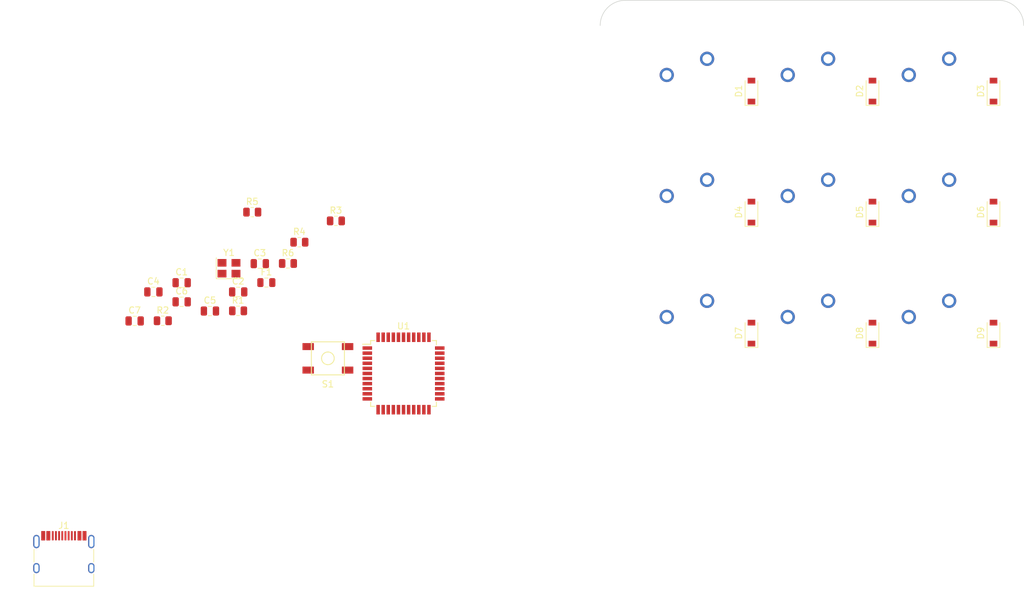
<source format=kicad_pcb>
(kicad_pcb (version 20211014) (generator pcbnew)
  (layers (0 "F.Cu" signal) (31 "B.Cu" signal) (34 "B.Paste" user) (35 "F.Paste" user) (36 "B.SilkS" user "B.Silkscreen") (37 "F.SilkS" user "F.Silkscreen") (38 "B.Mask" user) (39 "F.Mask" user) (44 "Edge.Cuts" user))
  (net 0 "")
  (net 1 "Net-(Y1-Pad1)")
  (net 2 "GND")
  (net 3 "Net-(Y1-Pad3)")
  (net 4 "Net-(C3-Pad1)")
  (net 5 "+5V")
  (net 6 "ROW0")
  (net 7 "Net-(MX1-Pad2)")
  (net 8 "Net-(MX2-Pad2)")
  (net 9 "Net-(MX3-Pad2)")
  (net 10 "ROW1")
  (net 11 "Net-(MX4-Pad2)")
  (net 12 "Net-(MX5-Pad2)")
  (net 13 "Net-(MX6-Pad2)")
  (net 14 "ROW2")
  (net 15 "Net-(MX7-Pad2)")
  (net 16 "Net-(MX8-Pad2)")
  (net 17 "Net-(MX9-Pad2)")
  (net 18 "VCC")
  (net 19 "COL0")
  (net 20 "COL1")
  (net 21 "COL2")
  (net 22 "Net-(R1-Pad2)")
  (net 23 "Net-(R2-Pad1)")
  (net 24 "D+")
  (net 25 "Net-(R3-Pad1)")
  (net 26 "D-")
  (net 27 "Net-(R4-Pad2)")
  (net 28 "Net-(R5-Pad1)")
  (net 29 "Net-(R6-Pad1)")
  (footprint "MX_Only:MXOnly-1U-NoLED" (layer "F.Cu") (at 209.55 107.95)
    (fp_text reference "MX5")
    (fp_text value "MX-NoLED")
    (pad "" np_thru_hole circle locked (at 0 0) (size 3.9878 3.9878) (drill 3.9878) (layers *.Cu *.Mask))
    (pad "" np_thru_hole circle locked (at -5.08 0 48.0996) (size 1.75 1.75) (drill 1.75) (layers *.Cu *.Mask))
    (pad "" np_thru_hole circle locked (at 5.08 0 48.0996) (size 1.75 1.75) (drill 1.75) (layers *.Cu *.Mask))
    (pad "1" thru_hole circle locked (at -3.81 -2.54) (size 2.25 2.25) (drill 1.47) (layers *.Cu "B.Mask") (net 20 "COL1"))
    (pad "2" thru_hole circle locked (at 2.54 -5.08) (size 2.25 2.25) (drill 1.47) (layers *.Cu "B.Mask") (net 12 "Net-(MX5-Pad2)"))
  )
  (footprint "Resistor_SMD:R_0805_2012Metric" (layer "F.Cu") (at 128.86125 112.6825)
    (fp_text reference "R4" (at 0 -1.65) (layer "F.SilkS"))
    (fp_text value "10k")
    (fp_line (start -0.227064 0.735) (end 0.227064 0.735) (layer "F.SilkS") (width 0.12))
    (fp_line (start -0.227064 -0.735) (end 0.227064 -0.735) (layer "F.SilkS") (width 0.12))
    (pad "1" smd roundrect (at -0.9125 0) (size 1.025 1.4) (layers "F.Cu" "F.Paste" "F.Mask") (roundrect_rratio 0.243902) (net 2 "GND"))
    (pad "2" smd roundrect (at 0.9125 0) (size 1.025 1.4) (layers "F.Cu" "F.Paste" "F.Mask") (roundrect_rratio 0.243902) (net 27 "Net-(R4-Pad2)"))
  )
  (footprint "MX_Only:MXOnly-1U-NoLED" (layer "F.Cu") (at 209.55 127)
    (fp_text reference "MX8")
    (fp_text value "MX-NoLED")
    (pad "" np_thru_hole circle locked (at 0 0) (size 3.9878 3.9878) (drill 3.9878) (layers *.Cu *.Mask))
    (pad "" np_thru_hole circle locked (at 5.08 0 48.0996) (size 1.75 1.75) (drill 1.75) (layers *.Cu *.Mask))
    (pad "" np_thru_hole circle locked (at -5.08 0 48.0996) (size 1.75 1.75) (drill 1.75) (layers *.Cu *.Mask))
    (pad "1" thru_hole circle locked (at -3.81 -2.54) (size 2.25 2.25) (drill 1.47) (layers *.Cu "B.Mask") (net 20 "COL1"))
    (pad "2" thru_hole circle locked (at 2.54 -5.08) (size 2.25 2.25) (drill 1.47) (layers *.Cu "B.Mask") (net 16 "Net-(MX8-Pad2)"))
  )
  (footprint "Resistor_SMD:R_0805_2012Metric" (layer "F.Cu") (at 134.61125 109.3325)
    (fp_text reference "R3" (at 0 -1.65) (layer "F.SilkS"))
    (fp_text value "22")
    (fp_line (start -0.227064 0.735) (end 0.227064 0.735) (layer "F.SilkS") (width 0.12))
    (fp_line (start -0.227064 -0.735) (end 0.227064 -0.735) (layer "F.SilkS") (width 0.12))
    (pad "1" smd roundrect (at -0.9125 0) (size 1.025 1.4) (layers "F.Cu" "F.Paste" "F.Mask") (roundrect_rratio 0.243902) (net 25 "Net-(R3-Pad1)"))
    (pad "2" smd roundrect (at 0.9125 0) (size 1.025 1.4) (layers "F.Cu" "F.Paste" "F.Mask") (roundrect_rratio 0.243902) (net 26 "D-"))
  )
  (footprint "Diode_SMD:D_SOD-123" (layer "F.Cu") (at 219.075 88.9 90)
    (fp_text reference "D2" (at 0 -2 90) (layer "F.SilkS"))
    (fp_text value "SOD-123")
    (fp_line (start -2.25 -1) (end -2.25 1) (layer "F.SilkS") (width 0.12))
    (fp_line (start -2.25 -1) (end 1.65 -1) (layer "F.SilkS") (width 0.12))
    (fp_line (start -2.25 1) (end 1.65 1) (layer "F.SilkS") (width 0.12))
    (pad "1" smd rect (at -1.65 0 90) (size 0.9 1.2) (layers "F.Cu" "F.Paste" "F.Mask") (net 6 "ROW0"))
    (pad "2" smd rect (at 1.65 0 90) (size 0.9 1.2) (layers "F.Cu" "F.Paste" "F.Mask") (net 8 "Net-(MX2-Pad2)"))
  )
  (footprint "MX_Only:MXOnly-1U-NoLED" (layer "F.Cu") (at 190.5 127)
    (fp_text reference "MX7")
    (fp_text value "MX-NoLED")
    (pad "" np_thru_hole circle locked (at 0 0) (size 3.9878 3.9878) (drill 3.9878) (layers *.Cu *.Mask))
    (pad "" np_thru_hole circle locked (at -5.08 0 48.0996) (size 1.75 1.75) (drill 1.75) (layers *.Cu *.Mask))
    (pad "" np_thru_hole circle locked (at 5.08 0 48.0996) (size 1.75 1.75) (drill 1.75) (layers *.Cu *.Mask))
    (pad "1" thru_hole circle locked (at -3.81 -2.54) (size 2.25 2.25) (drill 1.47) (layers *.Cu "B.Mask") (net 19 "COL0"))
    (pad "2" thru_hole circle locked (at 2.54 -5.08) (size 2.25 2.25) (drill 1.47) (layers *.Cu "B.Mask") (net 15 "Net-(MX7-Pad2)"))
  )
  (footprint "Capacitor_SMD:C_0805_2012Metric" (layer "F.Cu") (at 110.33125 119.0625)
    (fp_text reference "C1" (at 0 -1.68) (layer "F.SilkS"))
    (fp_text value "22pF")
    (fp_line (start -0.261252 0.735) (end 0.261252 0.735) (layer "F.SilkS") (width 0.12))
    (fp_line (start -0.261252 -0.735) (end 0.261252 -0.735) (layer "F.SilkS") (width 0.12))
    (pad "1" smd roundrect locked (at -0.95 0) (size 1 1.45) (layers "F.Cu" "F.Paste" "F.Mask") (net 1 "Net-(Y1-Pad1)"))
    (pad "2" smd roundrect locked (at 0.95 0) (size 1 1.45) (layers "F.Cu" "F.Paste" "F.Mask") (net 2 "GND"))
  )
  (footprint "Diode_SMD:D_SOD-123" (layer "F.Cu") (at 200.025 127 90)
    (fp_text reference "D7" (at 0 -2 90) (layer "F.SilkS"))
    (fp_text value "SOD-123")
    (fp_line (start -2.25 -1) (end -2.25 1) (layer "F.SilkS") (width 0.12))
    (fp_line (start -2.25 1) (end 1.65 1) (layer "F.SilkS") (width 0.12))
    (fp_line (start -2.25 -1) (end 1.65 -1) (layer "F.SilkS") (width 0.12))
    (pad "1" smd rect (at -1.65 0 90) (size 0.9 1.2) (layers "F.Cu" "F.Paste" "F.Mask") (net 14 "ROW2"))
    (pad "2" smd rect (at 1.65 0 90) (size 0.9 1.2) (layers "F.Cu" "F.Paste" "F.Mask") (net 15 "Net-(MX7-Pad2)"))
  )
  (footprint "Diode_SMD:D_SOD-123" (layer "F.Cu") (at 219.075 127 90)
    (fp_text reference "D8" (at 0 -2 90) (layer "F.SilkS"))
    (fp_text value "SOD-123")
    (fp_line (start -2.25 -1) (end -2.25 1) (layer "F.SilkS") (width 0.12))
    (fp_line (start -2.25 -1) (end 1.65 -1) (layer "F.SilkS") (width 0.12))
    (fp_line (start -2.25 1) (end 1.65 1) (layer "F.SilkS") (width 0.12))
    (pad "1" smd rect (at -1.65 0 90) (size 0.9 1.2) (layers "F.Cu" "F.Paste" "F.Mask") (net 14 "ROW2"))
    (pad "2" smd rect (at 1.65 0 90) (size 0.9 1.2) (layers "F.Cu" "F.Paste" "F.Mask") (net 16 "Net-(MX8-Pad2)"))
  )
  (footprint "Resistor_SMD:R_0805_2012Metric" (layer "F.Cu") (at 121.44375 107.95)
    (fp_text reference "R5" (at 0 -1.65) (layer "F.SilkS"))
    (fp_text value "5k1")
    (fp_line (start -0.227064 0.735) (end 0.227064 0.735) (layer "F.SilkS") (width 0.12))
    (fp_line (start -0.227064 -0.735) (end 0.227064 -0.735) (layer "F.SilkS") (width 0.12))
    (pad "1" smd roundrect (at -0.9125 0) (size 1.025 1.4) (layers "F.Cu" "F.Paste" "F.Mask") (roundrect_rratio 0.243902) (net 28 "Net-(R5-Pad1)"))
    (pad "2" smd roundrect (at 0.9125 0) (size 1.025 1.4) (layers "F.Cu" "F.Paste" "F.Mask") (roundrect_rratio 0.243902) (net 2 "GND"))
  )
  (footprint "Resistor_SMD:R_0805_2012Metric" (layer "F.Cu") (at 127.06125 116.0325)
    (fp_text reference "R6" (at 0 -1.65) (layer "F.SilkS"))
    (fp_text value "5k1")
    (fp_line (start -0.227064 -0.735) (end 0.227064 -0.735) (layer "F.SilkS") (width 0.12))
    (fp_line (start -0.227064 0.735) (end 0.227064 0.735) (layer "F.SilkS") (width 0.12))
    (pad "1" smd roundrect (at -0.9125 0) (size 1.025 1.4) (layers "F.Cu" "F.Paste" "F.Mask") (roundrect_rratio 0.243902) (net 29 "Net-(R6-Pad1)"))
    (pad "2" smd roundrect (at 0.9125 0) (size 1.025 1.4) (layers "F.Cu" "F.Paste" "F.Mask") (roundrect_rratio 0.243902) (net 2 "GND"))
  )
  (footprint "MX_Only:MXOnly-1U-NoLED" (layer "F.Cu") (at 228.6 127)
    (fp_text reference "MX9")
    (fp_text value "MX-NoLED")
    (pad "" np_thru_hole circle locked (at 0 0) (size 3.9878 3.9878) (drill 3.9878) (layers *.Cu *.Mask))
    (pad "" np_thru_hole circle locked (at -5.08 0 48.0996) (size 1.75 1.75) (drill 1.75) (layers *.Cu *.Mask))
    (pad "" np_thru_hole circle locked (at 5.08 0 48.0996) (size 1.75 1.75) (drill 1.75) (layers *.Cu *.Mask))
    (pad "1" thru_hole circle locked (at -3.81 -2.54) (size 2.25 2.25) (drill 1.47) (layers *.Cu "B.Mask") (net 21 "COL2"))
    (pad "2" thru_hole circle locked (at 2.54 -5.08) (size 2.25 2.25) (drill 1.47) (layers *.Cu "B.Mask") (net 17 "Net-(MX9-Pad2)"))
  )
  (footprint "MX_Only:MXOnly-1U-NoLED" (layer "F.Cu") (at 228.6 88.9)
    (fp_text reference "MX3")
    (fp_text value "MX-NoLED")
    (pad "" np_thru_hole circle locked (at 0 0) (size 3.9878 3.9878) (drill 3.9878) (layers *.Cu *.Mask))
    (pad "" np_thru_hole circle locked (at 5.08 0 48.0996) (size 1.75 1.75) (drill 1.75) (layers *.Cu *.Mask))
    (pad "" np_thru_hole circle locked (at -5.08 0 48.0996) (size 1.75 1.75) (drill 1.75) (layers *.Cu *.Mask))
    (pad "1" thru_hole circle locked (at -3.81 -2.54) (size 2.25 2.25) (drill 1.47) (layers *.Cu "B.Mask") (net 21 "COL2"))
    (pad "2" thru_hole circle locked (at 2.54 -5.08) (size 2.25 2.25) (drill 1.47) (layers *.Cu "B.Mask") (net 9 "Net-(MX3-Pad2)"))
  )
  (footprint "Connector_USB:USB_C_Receptacle_HRO_TYPE-C-31-M-12" (layer "F.Cu") (at 91.79 162.9375)
    (fp_text reference "J1" (at 0 -5.645) (layer "F.SilkS"))
    (fp_text value "USB_C_Receptacle_USB2.0")
    (fp_line (start -4.7 3.9) (end 4.7 3.9) (layer "F.SilkS") (width 0.12))
    (fp_line (start 4.7 2) (end 4.7 3.9) (layer "F.SilkS") (width 0.12))
    (fp_line (start 4.7 -1.9) (end 4.7 0.1) (layer "F.SilkS") (width 0.12))
    (fp_line (start -4.7 -1.9) (end -4.7 0.1) (layer "F.SilkS") (width 0.12))
    (fp_line (start -4.7 2) (end -4.7 3.9) (layer "F.SilkS") (width 0.12))
    (pad "" np_thru_hole circle (at 2.89 -2.6) (size 0.65 0.65) (drill 0.65) (layers *.Cu *.Mask))
    (pad "" np_thru_hole circle (at -2.89 -2.6) (size 0.65 0.65) (drill 0.65) (layers *.Cu *.Mask))
    (pad "A1" smd rect (at -3.25 -4.045) (size 0.6 1.45) (layers "F.Cu" "F.Paste" "F.Mask") (net 2 "GND"))
    (pad "A4" smd rect (at -2.45 -4.045) (size 0.6 1.45) (layers "F.Cu" "F.Paste" "F.Mask") (net 18 "VCC"))
    (pad "A5" smd rect (at -1.25 -4.045) (size 0.3 1.45) (layers "F.Cu" "F.Paste" "F.Mask") (net 28 "Net-(R5-Pad1)"))
    (pad "A6" smd rect (at -0.25 -4.045) (size 0.3 1.45) (layers "F.Cu" "F.Paste" "F.Mask") (net 24 "D+"))
    (pad "A7" smd rect (at 0.25 -4.045) (size 0.3 1.45) (layers "F.Cu" "F.Paste" "F.Mask") (net 26 "D-"))
    (pad "A8" smd rect (at 1.25 -4.045) (size 0.3 1.45) (layers "F.Cu" "F.Paste" "F.Mask"))
    (pad "A9" smd rect (at 2.45 -4.045) (size 0.6 1.45) (layers "F.Cu" "F.Paste" "F.Mask") (net 18 "VCC"))
    (pad "A12" smd rect (at 3.25 -4.045) (size 0.6 1.45) (layers "F.Cu" "F.Paste" "F.Mask") (net 2 "GND"))
    (pad "B1" smd rect (at 3.25 -4.045) (size 0.6 1.45) (layers "F.Cu" "F.Paste" "F.Mask") (net 2 "GND"))
    (pad "B4" smd rect (at 2.45 -4.045) (size 0.6 1.45) (layers "F.Cu" "F.Paste" "F.Mask") (net 18 "VCC"))
    (pad "B5" smd rect (at 1.75 -4.045) (size 0.3 1.45) (layers "F.Cu" "F.Paste" "F.Mask") (net 29 "Net-(R6-Pad1)"))
    (pad "B6" smd rect (at 0.75 -4.045) (size 0.3 1.45) (layers "F.Cu" "F.Paste" "F.Mask") (net 24 "D+"))
    (pad "B7" smd rect (at -0.75 -4.045) (size 0.3 1.45) (layers "F.Cu" "F.Paste" "F.Mask") (net 26 "D-"))
    (pad "B8" smd rect (at -1.75 -4.045) (size 0.3 1.45) (layers "F.Cu" "F.Paste" "F.Mask"))
    (pad "B9" smd rect (at -2.45 -4.045) (size 0.6 1.45) (layers "F.Cu" "F.Paste" "F.Mask") (net 18 "VCC"))
    (pad "B12" smd rect (at -3.25 -4.045) (size 0.6 1.45) (layers "F.Cu" "F.Paste" "F.Mask") (net 2 "GND"))
    (pad "S1" thru_hole oval (at 4.32 -3.13) (size 1 2.1) (drill oval 0.6 1.7) (layers *.Cu *.Mask) (net 2 "GND"))
    (pad "S1" thru_hole oval (at -4.32 1.05) (size 1 1.6) (drill oval 0.6 1.2) (layers *.Cu *.Mask) (net 2 "GND"))
    (pad "S1" thru_hole oval (at 4.32 1.05) (size 1 1.6) (drill oval 0.6 1.2) (layers *.Cu *.Mask) (net 2 "GND"))
    (pad "S1" thru_hole oval (at -4.32 -3.13) (size 1 2.1) (drill oval 0.6 1.7) (layers *.Cu *.Mask) (net 2 "GND"))
  )
  (footprint "Capacitor_SMD:C_0805_2012Metric" (layer "F.Cu") (at 119.23125 120.5125)
    (fp_text reference "C2" (at 0 -1.68) (layer "F.SilkS"))
    (fp_text value "22pF")
    (fp_line (start -0.261252 0.735) (end 0.261252 0.735) (layer "F.SilkS") (width 0.12))
    (fp_line (start -0.261252 -0.735) (end 0.261252 -0.735) (layer "F.SilkS") (width 0.12))
    (pad "1" smd roundrect locked (at -0.95 0) (size 1 1.45) (layers "F.Cu" "F.Paste" "F.Mask") (net 3 "Net-(Y1-Pad3)"))
    (pad "2" smd roundrect locked (at 0.95 0) (size 1 1.45) (layers "F.Cu" "F.Paste" "F.Mask") (net 2 "GND"))
  )
  (footprint "MX_Only:MXOnly-1U-NoLED" (layer "F.Cu") (at 228.6 107.95)
    (fp_text reference "MX6")
    (fp_text value "MX-NoLED")
    (pad "" np_thru_hole circle locked (at -5.08 0 48.0996) (size 1.75 1.75) (drill 1.75) (layers *.Cu *.Mask))
    (pad "" np_thru_hole circle locked (at 5.08 0 48.0996) (size 1.75 1.75) (drill 1.75) (layers *.Cu *.Mask))
    (pad "" np_thru_hole circle locked (at 0 0) (size 3.9878 3.9878) (drill 3.9878) (layers *.Cu *.Mask))
    (pad "1" thru_hole circle locked (at -3.81 -2.54) (size 2.25 2.25) (drill 1.47) (layers *.Cu "B.Mask") (net 21 "COL2"))
    (pad "2" thru_hole circle locked (at 2.54 -5.08) (size 2.25 2.25) (drill 1.47) (layers *.Cu "B.Mask") (net 13 "Net-(MX6-Pad2)"))
  )
  (footprint "Capacitor_SMD:C_0805_2012Metric" (layer "F.Cu") (at 102.93125 125.0825)
    (fp_text reference "C7" (at 0 -1.68) (layer "F.SilkS"))
    (fp_text value "0.1uF")
    (fp_line (start -0.261252 -0.735) (end 0.261252 -0.735) (layer "F.SilkS") (width 0.12))
    (fp_line (start -0.261252 0.735) (end 0.261252 0.735) (layer "F.SilkS") (width 0.12))
    (pad "1" smd roundrect locked (at -0.95 0) (size 1 1.45) (layers "F.Cu" "F.Paste" "F.Mask") (net 5 "+5V"))
    (pad "2" smd roundrect locked (at 0.95 0) (size 1 1.45) (layers "F.Cu" "F.Paste" "F.Mask") (net 2 "GND"))
  )
  (footprint "Resistor_SMD:R_0805_2012Metric" (layer "F.Cu") (at 119.21125 123.4925)
    (fp_text reference "R1" (at 0 -1.65) (layer "F.SilkS"))
    (fp_text value "10k")
    (fp_line (start -0.227064 0.735) (end 0.227064 0.735) (layer "F.SilkS") (width 0.12))
    (fp_line (start -0.227064 -0.735) (end 0.227064 -0.735) (layer "F.SilkS") (width 0.12))
    (pad "1" smd roundrect (at -0.9125 0) (size 1.025 1.4) (layers "F.Cu" "F.Paste" "F.Mask") (roundrect_rratio 0.243902) (net 5 "+5V"))
    (pad "2" smd roundrect (at 0.9125 0) (size 1.025 1.4) (layers "F.Cu" "F.Paste" "F.Mask") (roundrect_rratio 0.243902) (net 22 "Net-(R1-Pad2)"))
  )
  (footprint "Capacitor_SMD:C_0805_2012Metric" (layer "F.Cu") (at 122.63125 116.0625)
    (fp_text reference "C3" (at 0 -1.68) (layer "F.SilkS"))
    (fp_text value "1uF")
    (fp_line (start -0.261252 0.735) (end 0.261252 0.735) (layer "F.SilkS") (width 0.12))
    (fp_line (start -0.261252 -0.735) (end 0.261252 -0.735) (layer "F.SilkS") (width 0.12))
    (pad "1" smd roundrect locked (at -0.95 0) (size 1 1.45) (layers "F.Cu" "F.Paste" "F.Mask") (net 4 "Net-(C3-Pad1)"))
    (pad "2" smd roundrect locked (at 0.95 0) (size 1 1.45) (layers "F.Cu" "F.Paste" "F.Mask") (net 2 "GND"))
  )
  (footprint "Diode_SMD:D_SOD-123" (layer "F.Cu") (at 219.075 107.95 90)
    (fp_text reference "D5" (at 0 -2 90) (layer "F.SilkS"))
    (fp_text value "SOD-123")
    (fp_line (start -2.25 1) (end 1.65 1) (layer "F.SilkS") (width 0.12))
    (fp_line (start -2.25 -1) (end -2.25 1) (layer "F.SilkS") (width 0.12))
    (fp_line (start -2.25 -1) (end 1.65 -1) (layer "F.SilkS") (width 0.12))
    (pad "1" smd rect (at -1.65 0 90) (size 0.9 1.2) (layers "F.Cu" "F.Paste" "F.Mask") (net 10 "ROW1"))
    (pad "2" smd rect (at 1.65 0 90) (size 0.9 1.2) (layers "F.Cu" "F.Paste" "F.Mask") (net 12 "Net-(MX5-Pad2)"))
  )
  (footprint "Capacitor_SMD:C_0805_2012Metric" (layer "F.Cu") (at 105.88125 120.5125)
    (fp_text reference "C4" (at 0 -1.68) (layer "F.SilkS"))
    (fp_text value "0.1uF")
    (fp_line (start -0.261252 0.735) (end 0.261252 0.735) (layer "F.SilkS") (width 0.12))
    (fp_line (start -0.261252 -0.735) (end 0.261252 -0.735) (layer "F.SilkS") (width 0.12))
    (pad "1" smd roundrect locked (at -0.95 0) (size 1 1.45) (layers "F.Cu" "F.Paste" "F.Mask") (net 5 "+5V"))
    (pad "2" smd roundrect locked (at 0.95 0) (size 1 1.45) (layers "F.Cu" "F.Paste" "F.Mask") (net 2 "GND"))
  )
  (footprint "Fuse:Fuse_0805_2012Metric" (layer "F.Cu") (at 123.66125 119.0425)
    (fp_text reference "F1" (at 0 -1.65) (layer "F.SilkS"))
    (fp_text value "500mA")
    (fp_line (start -0.258578 -0.71) (end 0.258578 -0.71) (layer "F.SilkS") (width 0.12))
    (fp_line (start -0.258578 0.71) (end 0.258578 0.71) (layer "F.SilkS") (width 0.12))
    (pad "1" smd roundrect (at -0.9375 0) (size 0.975 1.4) (layers "F.Cu" "F.Paste" "F.Mask") (net 18 "VCC"))
    (pad "2" smd roundrect (at 0.9375 0) (size 0.975 1.4) (layers "F.Cu" "F.Paste" "F.Mask") (net 5 "+5V"))
  )
  (footprint "Diode_SMD:D_SOD-123" (layer "F.Cu") (at 238.125 88.9 90)
    (fp_text reference "D3" (at 0 -2 90) (layer "F.SilkS"))
    (fp_text value "SOD-123")
    (fp_line (start -2.25 -1) (end -2.25 1) (layer "F.SilkS") (width 0.12))
    (fp_line (start -2.25 1) (end 1.65 1) (layer "F.SilkS") (width 0.12))
    (fp_line (start -2.25 -1) (end 1.65 -1) (layer "F.SilkS") (width 0.12))
    (pad "1" smd rect (at -1.65 0 90) (size 0.9 1.2) (layers "F.Cu" "F.Paste" "F.Mask") (net 6 "ROW0"))
    (pad "2" smd rect (at 1.65 0 90) (size 0.9 1.2) (layers "F.Cu" "F.Paste" "F.Mask") (net 9 "Net-(MX3-Pad2)"))
  )
  (footprint "Resistor_SMD:R_0805_2012Metric" (layer "F.Cu") (at 107.36125 125.0525)
    (fp_text reference "R2" (at 0 -1.65) (layer "F.SilkS"))
    (fp_text value "22")
    (fp_line (start -0.227064 0.735) (end 0.227064 0.735) (layer "F.SilkS") (width 0.12))
    (fp_line (start -0.227064 -0.735) (end 0.227064 -0.735) (layer "F.SilkS") (width 0.12))
    (pad "1" smd roundrect (at -0.9125 0) (size 1.025 1.4) (layers "F.Cu" "F.Paste" "F.Mask") (roundrect_rratio 0.243902) (net 23 "Net-(R2-Pad1)"))
    (pad "2" smd roundrect (at 0.9125 0) (size 1.025 1.4) (layers "F.Cu" "F.Paste" "F.Mask") (roundrect_rratio 0.243902) (net 24 "D+"))
  )
  (footprint "random-keyboard-parts:SKQG-1155865" (layer "F.Cu") (at 133.35 130.96875)
    (fp_text reference "S1" (at 0 4.064) (layer "F.SilkS"))
    (fp_text value "SW_Push")
    (fp_line (start -2.6 2.6) (end -2.6 -2.6) (layer "F.SilkS") (width 0.15))
    (fp_line (start -2.6 -2.6) (end 2.6 -2.6) (layer "F.SilkS") (width 0.15))
    (fp_line (start 2.6 -2.6) (end 2.6 2.6) (layer "F.SilkS") (width 0.15))
    (fp_line (start 2.6 2.6) (end -2.6 2.6) (layer "F.SilkS") (width 0.15))
    (fp_circle (center 0 0) (end 1 0) (layer "F.SilkS") (width 0.15) (fill none))
    (pad "1" smd rect locked (at 3.1 1.85) (size 1.8 1.1) (layers "F.Cu" "F.Paste" "F.Mask") (net 2 "GND"))
    (pad "2" smd rect locked (at -3.1 -1.85) (size 1.8 1.1) (layers "F.Cu" "F.Paste" "F.Mask") (net 22 "Net-(R1-Pad2)"))
    (pad "3" smd rect locked (at 3.1 -1.85) (size 1.8 1.1) (layers "F.Cu" "F.Paste" "F.Mask"))
    (pad "4" smd rect locked (at -3.1 1.85) (size 1.8 1.1) (layers "F.Cu" "F.Paste" "F.Mask"))
  )
  (footprint "Diode_SMD:D_SOD-123" (layer "F.Cu") (at 238.125 127 90)
    (fp_text reference "D9" (at 0 -2 90) (layer "F.SilkS"))
    (fp_text value "SOD-123")
    (fp_line (start -2.25 -1) (end 1.65 -1) (layer "F.SilkS") (width 0.12))
    (fp_line (start -2.25 -1) (end -2.25 1) (layer "F.SilkS") (width 0.12))
    (fp_line (start -2.25 1) (end 1.65 1) (layer "F.SilkS") (width 0.12))
    (pad "1" smd rect (at -1.65 0 90) (size 0.9 1.2) (layers "F.Cu" "F.Paste" "F.Mask") (net 14 "ROW2"))
    (pad "2" smd rect (at 1.65 0 90) (size 0.9 1.2) (layers "F.Cu" "F.Paste" "F.Mask") (net 17 "Net-(MX9-Pad2)"))
  )
  (footprint "Diode_SMD:D_SOD-123" (layer "F.Cu") (at 238.125 107.95 90)
    (fp_text reference "D6" (at 0 -2 90) (layer "F.SilkS"))
    (fp_text value "SOD-123")
    (fp_line (start -2.25 -1) (end 1.65 -1) (layer "F.SilkS") (width 0.12))
    (fp_line (start -2.25 1) (end 1.65 1) (layer "F.SilkS") (width 0.12))
    (fp_line (start -2.25 -1) (end -2.25 1) (layer "F.SilkS") (width 0.12))
    (pad "1" smd rect (at -1.65 0 90) (size 0.9 1.2) (layers "F.Cu" "F.Paste" "F.Mask") (net 10 "ROW1"))
    (pad "2" smd rect (at 1.65 0 90) (size 0.9 1.2) (layers "F.Cu" "F.Paste" "F.Mask") (net 13 "Net-(MX6-Pad2)"))
  )
  (footprint "Diode_SMD:D_SOD-123" (layer "F.Cu") (at 200.025 107.95 90)
    (fp_text reference "D4" (at 0 -2 90) (layer "F.SilkS"))
    (fp_text value "SOD-123")
    (fp_line (start -2.25 -1) (end -2.25 1) (layer "F.SilkS") (width 0.12))
    (fp_line (start -2.25 -1) (end 1.65 -1) (layer "F.SilkS") (width 0.12))
    (fp_line (start -2.25 1) (end 1.65 1) (layer "F.SilkS") (width 0.12))
    (pad "1" smd rect (at -1.65 0 90) (size 0.9 1.2) (layers "F.Cu" "F.Paste" "F.Mask") (net 10 "ROW1"))
    (pad "2" smd rect (at 1.65 0 90) (size 0.9 1.2) (layers "F.Cu" "F.Paste" "F.Mask") (net 11 "Net-(MX4-Pad2)"))
  )
  (footprint "MX_Only:MXOnly-1U-NoLED" (layer "F.Cu") (at 209.55 88.9)
    (fp_text reference "MX2")
    (fp_text value "MX-NoLED")
    (pad "" np_thru_hole circle locked (at 5.08 0 48.0996) (size 1.75 1.75) (drill 1.75) (layers *.Cu *.Mask))
    (pad "" np_thru_hole circle locked (at 0 0) (size 3.9878 3.9878) (drill 3.9878) (layers *.Cu *.Mask))
    (pad "" np_thru_hole circle locked (at -5.08 0 48.0996) (size 1.75 1.75) (drill 1.75) (layers *.Cu *.Mask))
    (pad "1" thru_hole circle locked (at -3.81 -2.54) (size 2.25 2.25) (drill 1.47) (layers *.Cu "B.Mask") (net 20 "COL1"))
    (pad "2" thru_hole circle locked (at 2.54 -5.08) (size 2.25 2.25) (drill 1.47) (layers *.Cu "B.Mask") (net 8 "Net-(MX2-Pad2)"))
  )
  (footprint "MX_Only:MXOnly-1U-NoLED" (layer "F.Cu") (at 190.5 107.95)
    (fp_text reference "MX4")
    (fp_text value "MX-NoLED")
    (pad "" np_thru_hole circle locked (at 5.08 0 48.0996) (size 1.75 1.75) (drill 1.75) (layers *.Cu *.Mask))
    (pad "" np_thru_hole circle locked (at -5.08 0 48.0996) (size 1.75 1.75) (drill 1.75) (layers *.Cu *.Mask))
    (pad "" np_thru_hole circle locked (at 0 0) (size 3.9878 3.9878) (drill 3.9878) (layers *.Cu *.Mask))
    (pad "1" thru_hole circle locked (at -3.81 -2.54) (size 2.25 2.25) (drill 1.47) (layers *.Cu "B.Mask") (net 19 "COL0"))
    (pad "2" thru_hole circle locked (at 2.54 -5.08) (size 2.25 2.25) (drill 1.47) (layers *.Cu "B.Mask") (net 11 "Net-(MX4-Pad2)"))
  )
  (footprint "Capacitor_SMD:C_0805_2012Metric" (layer "F.Cu") (at 114.78125 123.5225)
    (fp_text reference "C5" (at 0 -1.68) (layer "F.SilkS"))
    (fp_text value "0.1uF")
    (fp_line (start -0.261252 0.735) (end 0.261252 0.735) (layer "F.SilkS") (width 0.12))
    (fp_line (start -0.261252 -0.735) (end 0.261252 -0.735) (layer "F.SilkS") (width 0.12))
    (pad "1" smd roundrect locked (at -0.95 0) (size 1 1.45) (layers "F.Cu" "F.Paste" "F.Mask") (net 5 "+5V"))
    (pad "2" smd roundrect locked (at 0.95 0) (size 1 1.45) (layers "F.Cu" "F.Paste" "F.Mask") (net 2 "GND"))
  )
  (footprint "Package_QFP:TQFP-44_10x10mm_P0.8mm" (layer "F.Cu") (at 145.25625 133.35)
    (fp_text reference "U1" (at 0 -7.45) (layer "F.SilkS"))
    (fp_text value "ATmega32U4-AU")
    (fp_line (start 5.175 -5.175) (end 4.5 -5.175) (layer "F.SilkS") (width 0.15))
    (fp_line (start -5.175 -4.6) (end -6.45 -4.6) (layer "F.SilkS") (width 0.15))
    (fp_line (start -5.175 -5.175) (end -4.5 -5.175) (layer "F.SilkS") (width 0.15))
    (fp_line (start -5.175 -5.175) (end -5.175 -4.6) (layer "F.SilkS") (width 0.15))
    (fp_line (start 5.175 5.175) (end 5.175 4.5) (layer "F.SilkS") (width 0.15))
    (fp_line (start -5.175 5.175) (end -5.175 4.5) (layer "F.SilkS") (width 0.15))
    (fp_line (start -5.175 5.175) (end -4.5 5.175) (layer "F.SilkS") (width 0.15))
    (fp_line (start 5.175 -5.175) (end 5.175 -4.5) (layer "F.SilkS") (width 0.15))
    (fp_line (start 5.175 5.175) (end 4.5 5.175) (layer "F.SilkS") (width 0.15))
    (pad "1" smd rect (at -5.7 -4) (size 1.5 0.55) (layers "F.Cu" "F.Paste" "F.Mask"))
    (pad "2" smd rect (at -5.7 -3.2) (size 1.5 0.55) (layers "F.Cu" "F.Paste" "F.Mask") (net 5 "+5V"))
    (pad "3" smd rect (at -5.7 -2.4) (size 1.5 0.55) (layers "F.Cu" "F.Paste" "F.Mask") (net 25 "Net-(R3-Pad1)"))
    (pad "4" smd rect (at -5.7 -1.6) (size 1.5 0.55) (layers "F.Cu" "F.Paste" "F.Mask") (net 23 "Net-(R2-Pad1)"))
    (pad "5" smd rect (at -5.7 -0.8) (size 1.5 0.55) (layers "F.Cu" "F.Paste" "F.Mask") (net 2 "GND"))
    (pad "6" smd rect (at -5.7 0) (size 1.5 0.55) (layers "F.Cu" "F.Paste" "F.Mask") (net 4 "Net-(C3-Pad1)"))
    (pad "7" smd rect (at -5.7 0.8) (size 1.5 0.55) (layers "F.Cu" "F.Paste" "F.Mask") (net 5 "+5V"))
    (pad "8" smd rect (at -5.7 1.6) (size 1.5 0.55) (layers "F.Cu" "F.Paste" "F.Mask"))
    (pad "9" smd rect (at -5.7 2.4) (size 1.5 0.55) (layers "F.Cu" "F.Paste" "F.Mask"))
    (pad "10" smd rect (at -5.7 3.2) (size 1.5 0.55) (layers "F.Cu" "F.Paste" "F.Mask"))
    (pad "11" smd rect (at -5.7 4) (size 1.5 0.55) (layers "F.Cu" "F.Paste" "F.Mask"))
    (pad "12" smd rect (at -4 5.7 90) (size 1.5 0.55) (layers "F.Cu" "F.Paste" "F.Mask"))
    (pad "13" smd rect (at -3.2 5.7 90) (size 1.5 0.55) (layers "F.Cu" "F.Paste" "F.Mask") (net 22 "Net-(R1-Pad2)"))
    (pad "14" smd rect (at -2.4 5.7 90) (size 1.5 0.55) (layers "F.Cu" "F.Paste" "F.Mask") (net 5 "+5V"))
    (pad "15" smd rect (at -1.6 5.7 90) (size 1.5 0.55) (layers "F.Cu" "F.Paste" "F.Mask") (net 2 "GND"))
    (pad "16" smd rect (at -0.8 5.7 90) (size 1.5 0.55) (layers "F.Cu" "F.Paste" "F.Mask") (net 3 "Net-(Y1-Pad3)"))
    (pad "17" smd rect (at 0 5.7 90) (size 1.5 0.55) (layers "F.Cu" "F.Paste" "F.Mask") (net 1 "Net-(Y1-Pad1)"))
    (pad "18" smd rect (at 0.8 5.7 90) (size 1.5 0.55) (layers "F.Cu" "F.Paste" "F.Mask"))
    (pad "19" smd rect (at 1.6 5.7 90) (size 1.5 0.55) (layers "F.Cu" "F.Paste" "F.Mask"))
    (pad "20" smd rect (at 2.4 5.7 90) (size 1.5 0.55) (layers "F.Cu" "F.Paste" "F.Mask"))
    (pad "21" smd rect (at 3.2 5.7 90) (size 1.5 0.55) (layers "F.Cu" "F.Paste" "F.Mask"))
    (pad "22" smd rect (at 4 5.7 90) (size 1.5 0.55) (layers "F.Cu" "F.Paste" "F.Mask"))
    (pad "23" smd rect (at 5.7 4) (size 1.5 0.55) (layers "F.Cu" "F.Paste" "F.Mask") (net 2 "GND"))
    (pad "24" smd rect (at 5.7 3.2) (size 1.5 0.55) (layers "F.Cu" "F.Paste" "F.Mask") (net 5 "+5V"))
    (pad "25" smd rect (at 5.7 2.4) (size 1.5 0.55) (layers "F.Cu" "F.Paste" "F.Mask"))
    (pad "26" smd rect (at 5.7 1.6) (size 1.5 0.55) (layers "F.Cu" "F.Paste" "F.Mask"))
    (pad "27" smd rect (at 5.7 0.8) (size 1.5 0.55) (layers "F.Cu" "F.Paste" "F.Mask"))
    (pad "28" smd rect (at 5.7 0) (size 1.5 0.55) (layers "F.Cu" "F.Paste" "F.Mask"))
    (pad "29" smd rect (at 5.7 -0.8) (size 1.5 0.55) (layers "F.Cu" "F.Paste" "F.Mask"))
    (pad "30" smd rect (at 5.7 -1.6) (size 1.5 0.55) (layers "F.Cu" "F.Paste" "F.Mask"))
    (pad "31" smd rect (at 5.7 -2.4) (size 1.5 0.55) (layers "F.Cu" "F.Paste" "F.Mask"))
    (pad "32" smd rect (at 5.7 -3.2) (size 1.5 0.55) (layers "F.Cu" "F.Paste" "F.Mask"))
    (pad "33" smd rect (at 5.7 -4) (size 1.5 0.55) (layers "F.Cu" "F.Paste" "F.Mask") (net 27 "Net-(R4-Pad2)"))
    (pad "34" smd rect (at 4 -5.7 90) (size 1.5 0.55) (layers "F.Cu" "F.Paste" "F.Mask") (net 5 "+5V"))
    (pad "35" smd rect (at 3.2 -5.7 90) (size 1.5 0.55) (layers "F.Cu" "F.Paste" "F.Mask") (net 2 "GND"))
    (pad "36" smd rect (at 2.4 -5.7 90) (size 1.5 0.55) (layers "F.Cu" "F.Paste" "F.Mask"))
    (pad "37" smd rect (at 1.6 -5.7 90) (size 1.5 0.55) (layers "F.Cu" "F.Paste" "F.Mask"))
    (pad "38" smd rect (at 0.8 -5.7 90) (size 1.5 0.55) (layers "F.Cu" "F.Paste" "F.Mask"))
    (pad "39" smd rect (at 0 -5.7 90) (size 1.5 0.55) (layers "F.Cu" "F.Paste" "F.Mask"))
    (pad "40" smd rect (at -0.8 -5.7 90) (size 1.5 0.55) (layers "F.Cu" "F.Paste" "F.Mask"))
    (pad "41" smd rect (at -1.6 -5.7 90) (size 1.5 0.55) (layers "F.Cu" "F.Paste" "F.Mask"))
    (pad "42" smd rect (at -2.4 -5.7 90) (size 1.5 0.55) (layers "F.Cu" "F.Paste" "F.Mask"))
    (pad "43" smd rect (at -3.2 -5.7 90) (size 1.5 0.55) (layers "F.Cu" "F.Paste" "F.Mask") (net 2 "GND"))
    (pad "44" smd rect (at -4 -5.7 90) (size 1.5 0.55) (layers "F.Cu" "F.Paste" "F.Mask") (net 5 "+5V"))
  )
  (footprint "Crystal:Crystal_SMD_3225-4Pin_3.2x2.5mm" (layer "F.Cu") (at 117.78125 116.7825)
    (fp_text reference "Y1" (at 0 -2.45) (layer "F.SilkS"))
    (fp_text value "16MHz")
    (fp_line (start -2 -1.65) (end -2 1.65) (layer "F.SilkS") (width 0.12))
    (fp_line (start -2 1.65) (end 2 1.65) (layer "F.SilkS") (width 0.12))
    (pad "1" smd rect (at -1.1 0.85) (size 1.4 1.2) (layers "F.Cu" "F.Paste" "F.Mask") (net 1 "Net-(Y1-Pad1)"))
    (pad "2" smd rect (at 1.1 0.85) (size 1.4 1.2) (layers "F.Cu" "F.Paste" "F.Mask") (net 2 "GND"))
    (pad "3" smd rect (at 1.1 -0.85) (size 1.4 1.2) (layers "F.Cu" "F.Paste" "F.Mask") (net 3 "Net-(Y1-Pad3)"))
    (pad "4" smd rect (at -1.1 -0.85) (size 1.4 1.2) (layers "F.Cu" "F.Paste" "F.Mask") (net 2 "GND"))
  )
  (footprint "Capacitor_SMD:C_0805_2012Metric" (layer "F.Cu") (at 110.33125 122.0725)
    (fp_text reference "C6" (at 0 -1.68) (layer "F.SilkS"))
    (fp_text value "0.1uF")
    (fp_line (start -0.261252 -0.735) (end 0.261252 -0.735) (layer "F.SilkS") (width 0.12))
    (fp_line (start -0.261252 0.735) (end 0.261252 0.735) (layer "F.SilkS") (width 0.12))
    (pad "1" smd roundrect locked (at -0.95 0) (size 1 1.45) (layers "F.Cu" "F.Paste" "F.Mask") (net 5 "+5V"))
    (pad "2" smd roundrect locked (at 0.95 0) (size 1 1.45) (layers "F.Cu" "F.Paste" "F.Mask") (net 2 "GND"))
  )
  (footprint "Diode_SMD:D_SOD-123" (layer "F.Cu") (at 200.025 88.9 90)
    (fp_text reference "D1" (at 0 -2 90) (layer "F.SilkS"))
    (fp_text value "SOD-123")
    (fp_line (start -2.25 1) (end 1.65 1) (layer "F.SilkS") (width 0.12))
    (fp_line (start -2.25 -1) (end 1.65 -1) (layer "F.SilkS") (width 0.12))
    (fp_line (start -2.25 -1) (end -2.25 1) (layer "F.SilkS") (width 0.12))
    (pad "1" smd rect (at -1.65 0 90) (size 0.9 1.2) (layers "F.Cu" "F.Paste" "F.Mask") (net 6 "ROW0"))
    (pad "2" smd rect (at 1.65 0 90) (size 0.9 1.2) (layers "F.Cu" "F.Paste" "F.Mask") (net 7 "Net-(MX1-Pad2)"))
  )
  (footprint "MX_Only:MXOnly-1U-NoLED" (layer "F.Cu") (at 190.5 88.9)
    (fp_text reference "MX1")
    (fp_text value "MX-NoLED")
    (pad "" np_thru_hole circle locked (at 5.08 0 48.0996) (size 1.75 1.75) (drill 1.75) (layers *.Cu *.Mask))
    (pad "" np_thru_hole circle locked (at -5.08 0 48.0996) (size 1.75 1.75) (drill 1.75) (layers *.Cu *.Mask))
    (pad "" np_thru_hole circle locked (at 0 0) (size 3.9878 3.9878) (drill 3.9878) (layers *.Cu *.Mask))
    (pad "1" thru_hole circle locked (at -3.81 -2.54) (size 2.25 2.25) (drill 1.47) (layers *.Cu "B.Mask") (net 19 "COL0"))
    (pad "2" thru_hole circle locked (at 2.54 -5.08) (size 2.25 2.25) (drill 1.47) (layers *.Cu "B.Mask") (net 7 "Net-(MX1-Pad2)"))
  )
  (gr_arc (start 176.2125 78.58125) (mid 177.37492 75.77492) (end 180.18125 74.6125) (layer "Edge.Cuts") (width 0.1))
  (gr_arc (start 238.91875 74.6125) (mid 241.72508 75.77492) (end 242.8875 78.58125) (layer "Edge.Cuts") (width 0.1))
  (gr_line (start 180.18125 74.6125) (end 238.91875 74.6125) (layer "Edge.Cuts") (width 0.1))
)
</source>
